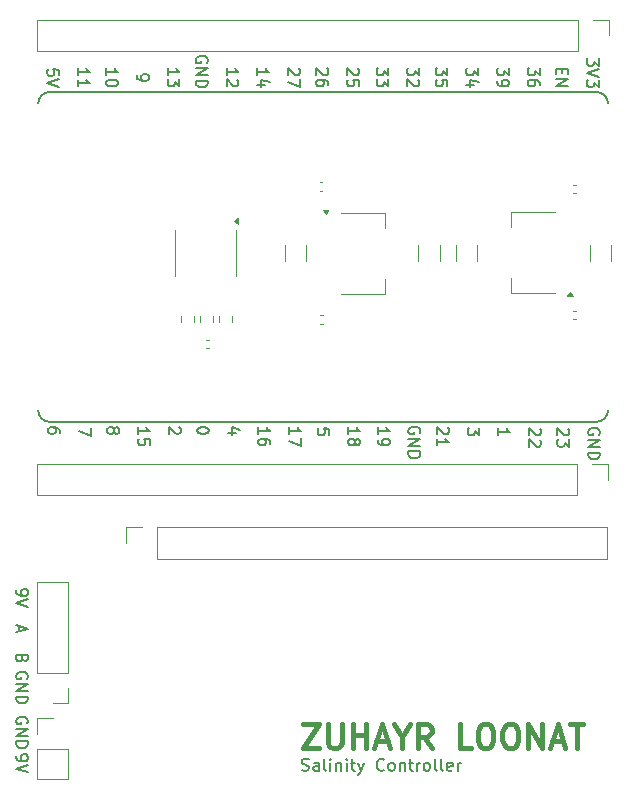
<source format=gbr>
%TF.GenerationSoftware,KiCad,Pcbnew,8.0.6*%
%TF.CreationDate,2025-08-25T17:41:28+02:00*%
%TF.ProjectId,controller,636f6e74-726f-46c6-9c65-722e6b696361,rev?*%
%TF.SameCoordinates,Original*%
%TF.FileFunction,Legend,Top*%
%TF.FilePolarity,Positive*%
%FSLAX46Y46*%
G04 Gerber Fmt 4.6, Leading zero omitted, Abs format (unit mm)*
G04 Created by KiCad (PCBNEW 8.0.6) date 2025-08-25 17:41:28*
%MOMM*%
%LPD*%
G01*
G04 APERTURE LIST*
%ADD10C,0.400000*%
%ADD11C,0.200000*%
%ADD12C,0.127000*%
%ADD13C,0.120000*%
G04 APERTURE END LIST*
D10*
X194427803Y-91651554D02*
X195761136Y-91651554D01*
X195761136Y-91651554D02*
X194427803Y-93651554D01*
X194427803Y-93651554D02*
X195761136Y-93651554D01*
X196523041Y-91651554D02*
X196523041Y-93270601D01*
X196523041Y-93270601D02*
X196618279Y-93461077D01*
X196618279Y-93461077D02*
X196713517Y-93556316D01*
X196713517Y-93556316D02*
X196903993Y-93651554D01*
X196903993Y-93651554D02*
X197284946Y-93651554D01*
X197284946Y-93651554D02*
X197475422Y-93556316D01*
X197475422Y-93556316D02*
X197570660Y-93461077D01*
X197570660Y-93461077D02*
X197665898Y-93270601D01*
X197665898Y-93270601D02*
X197665898Y-91651554D01*
X198618279Y-93651554D02*
X198618279Y-91651554D01*
X198618279Y-92603935D02*
X199761136Y-92603935D01*
X199761136Y-93651554D02*
X199761136Y-91651554D01*
X200618279Y-93080125D02*
X201570660Y-93080125D01*
X200427803Y-93651554D02*
X201094469Y-91651554D01*
X201094469Y-91651554D02*
X201761136Y-93651554D01*
X202808755Y-92699173D02*
X202808755Y-93651554D01*
X202142089Y-91651554D02*
X202808755Y-92699173D01*
X202808755Y-92699173D02*
X203475422Y-91651554D01*
X205284946Y-93651554D02*
X204618279Y-92699173D01*
X204142089Y-93651554D02*
X204142089Y-91651554D01*
X204142089Y-91651554D02*
X204903994Y-91651554D01*
X204903994Y-91651554D02*
X205094470Y-91746792D01*
X205094470Y-91746792D02*
X205189708Y-91842030D01*
X205189708Y-91842030D02*
X205284946Y-92032506D01*
X205284946Y-92032506D02*
X205284946Y-92318220D01*
X205284946Y-92318220D02*
X205189708Y-92508696D01*
X205189708Y-92508696D02*
X205094470Y-92603935D01*
X205094470Y-92603935D02*
X204903994Y-92699173D01*
X204903994Y-92699173D02*
X204142089Y-92699173D01*
X208618280Y-93651554D02*
X207665899Y-93651554D01*
X207665899Y-93651554D02*
X207665899Y-91651554D01*
X209665899Y-91651554D02*
X210046852Y-91651554D01*
X210046852Y-91651554D02*
X210237328Y-91746792D01*
X210237328Y-91746792D02*
X210427804Y-91937268D01*
X210427804Y-91937268D02*
X210523042Y-92318220D01*
X210523042Y-92318220D02*
X210523042Y-92984887D01*
X210523042Y-92984887D02*
X210427804Y-93365839D01*
X210427804Y-93365839D02*
X210237328Y-93556316D01*
X210237328Y-93556316D02*
X210046852Y-93651554D01*
X210046852Y-93651554D02*
X209665899Y-93651554D01*
X209665899Y-93651554D02*
X209475423Y-93556316D01*
X209475423Y-93556316D02*
X209284947Y-93365839D01*
X209284947Y-93365839D02*
X209189709Y-92984887D01*
X209189709Y-92984887D02*
X209189709Y-92318220D01*
X209189709Y-92318220D02*
X209284947Y-91937268D01*
X209284947Y-91937268D02*
X209475423Y-91746792D01*
X209475423Y-91746792D02*
X209665899Y-91651554D01*
X211761137Y-91651554D02*
X212142090Y-91651554D01*
X212142090Y-91651554D02*
X212332566Y-91746792D01*
X212332566Y-91746792D02*
X212523042Y-91937268D01*
X212523042Y-91937268D02*
X212618280Y-92318220D01*
X212618280Y-92318220D02*
X212618280Y-92984887D01*
X212618280Y-92984887D02*
X212523042Y-93365839D01*
X212523042Y-93365839D02*
X212332566Y-93556316D01*
X212332566Y-93556316D02*
X212142090Y-93651554D01*
X212142090Y-93651554D02*
X211761137Y-93651554D01*
X211761137Y-93651554D02*
X211570661Y-93556316D01*
X211570661Y-93556316D02*
X211380185Y-93365839D01*
X211380185Y-93365839D02*
X211284947Y-92984887D01*
X211284947Y-92984887D02*
X211284947Y-92318220D01*
X211284947Y-92318220D02*
X211380185Y-91937268D01*
X211380185Y-91937268D02*
X211570661Y-91746792D01*
X211570661Y-91746792D02*
X211761137Y-91651554D01*
X213475423Y-93651554D02*
X213475423Y-91651554D01*
X213475423Y-91651554D02*
X214618280Y-93651554D01*
X214618280Y-93651554D02*
X214618280Y-91651554D01*
X215475423Y-93080125D02*
X216427804Y-93080125D01*
X215284947Y-93651554D02*
X215951613Y-91651554D01*
X215951613Y-91651554D02*
X216618280Y-93651554D01*
X216999233Y-91651554D02*
X218142090Y-91651554D01*
X217570661Y-93651554D02*
X217570661Y-91651554D01*
D11*
X194300986Y-95536716D02*
X194443843Y-95584335D01*
X194443843Y-95584335D02*
X194681938Y-95584335D01*
X194681938Y-95584335D02*
X194777176Y-95536716D01*
X194777176Y-95536716D02*
X194824795Y-95489096D01*
X194824795Y-95489096D02*
X194872414Y-95393858D01*
X194872414Y-95393858D02*
X194872414Y-95298620D01*
X194872414Y-95298620D02*
X194824795Y-95203382D01*
X194824795Y-95203382D02*
X194777176Y-95155763D01*
X194777176Y-95155763D02*
X194681938Y-95108144D01*
X194681938Y-95108144D02*
X194491462Y-95060525D01*
X194491462Y-95060525D02*
X194396224Y-95012906D01*
X194396224Y-95012906D02*
X194348605Y-94965287D01*
X194348605Y-94965287D02*
X194300986Y-94870049D01*
X194300986Y-94870049D02*
X194300986Y-94774811D01*
X194300986Y-94774811D02*
X194348605Y-94679573D01*
X194348605Y-94679573D02*
X194396224Y-94631954D01*
X194396224Y-94631954D02*
X194491462Y-94584335D01*
X194491462Y-94584335D02*
X194729557Y-94584335D01*
X194729557Y-94584335D02*
X194872414Y-94631954D01*
X195729557Y-95584335D02*
X195729557Y-95060525D01*
X195729557Y-95060525D02*
X195681938Y-94965287D01*
X195681938Y-94965287D02*
X195586700Y-94917668D01*
X195586700Y-94917668D02*
X195396224Y-94917668D01*
X195396224Y-94917668D02*
X195300986Y-94965287D01*
X195729557Y-95536716D02*
X195634319Y-95584335D01*
X195634319Y-95584335D02*
X195396224Y-95584335D01*
X195396224Y-95584335D02*
X195300986Y-95536716D01*
X195300986Y-95536716D02*
X195253367Y-95441477D01*
X195253367Y-95441477D02*
X195253367Y-95346239D01*
X195253367Y-95346239D02*
X195300986Y-95251001D01*
X195300986Y-95251001D02*
X195396224Y-95203382D01*
X195396224Y-95203382D02*
X195634319Y-95203382D01*
X195634319Y-95203382D02*
X195729557Y-95155763D01*
X196348605Y-95584335D02*
X196253367Y-95536716D01*
X196253367Y-95536716D02*
X196205748Y-95441477D01*
X196205748Y-95441477D02*
X196205748Y-94584335D01*
X196729558Y-95584335D02*
X196729558Y-94917668D01*
X196729558Y-94584335D02*
X196681939Y-94631954D01*
X196681939Y-94631954D02*
X196729558Y-94679573D01*
X196729558Y-94679573D02*
X196777177Y-94631954D01*
X196777177Y-94631954D02*
X196729558Y-94584335D01*
X196729558Y-94584335D02*
X196729558Y-94679573D01*
X197205748Y-94917668D02*
X197205748Y-95584335D01*
X197205748Y-95012906D02*
X197253367Y-94965287D01*
X197253367Y-94965287D02*
X197348605Y-94917668D01*
X197348605Y-94917668D02*
X197491462Y-94917668D01*
X197491462Y-94917668D02*
X197586700Y-94965287D01*
X197586700Y-94965287D02*
X197634319Y-95060525D01*
X197634319Y-95060525D02*
X197634319Y-95584335D01*
X198110510Y-95584335D02*
X198110510Y-94917668D01*
X198110510Y-94584335D02*
X198062891Y-94631954D01*
X198062891Y-94631954D02*
X198110510Y-94679573D01*
X198110510Y-94679573D02*
X198158129Y-94631954D01*
X198158129Y-94631954D02*
X198110510Y-94584335D01*
X198110510Y-94584335D02*
X198110510Y-94679573D01*
X198443843Y-94917668D02*
X198824795Y-94917668D01*
X198586700Y-94584335D02*
X198586700Y-95441477D01*
X198586700Y-95441477D02*
X198634319Y-95536716D01*
X198634319Y-95536716D02*
X198729557Y-95584335D01*
X198729557Y-95584335D02*
X198824795Y-95584335D01*
X199062891Y-94917668D02*
X199300986Y-95584335D01*
X199539081Y-94917668D02*
X199300986Y-95584335D01*
X199300986Y-95584335D02*
X199205748Y-95822430D01*
X199205748Y-95822430D02*
X199158129Y-95870049D01*
X199158129Y-95870049D02*
X199062891Y-95917668D01*
X201253367Y-95489096D02*
X201205748Y-95536716D01*
X201205748Y-95536716D02*
X201062891Y-95584335D01*
X201062891Y-95584335D02*
X200967653Y-95584335D01*
X200967653Y-95584335D02*
X200824796Y-95536716D01*
X200824796Y-95536716D02*
X200729558Y-95441477D01*
X200729558Y-95441477D02*
X200681939Y-95346239D01*
X200681939Y-95346239D02*
X200634320Y-95155763D01*
X200634320Y-95155763D02*
X200634320Y-95012906D01*
X200634320Y-95012906D02*
X200681939Y-94822430D01*
X200681939Y-94822430D02*
X200729558Y-94727192D01*
X200729558Y-94727192D02*
X200824796Y-94631954D01*
X200824796Y-94631954D02*
X200967653Y-94584335D01*
X200967653Y-94584335D02*
X201062891Y-94584335D01*
X201062891Y-94584335D02*
X201205748Y-94631954D01*
X201205748Y-94631954D02*
X201253367Y-94679573D01*
X201824796Y-95584335D02*
X201729558Y-95536716D01*
X201729558Y-95536716D02*
X201681939Y-95489096D01*
X201681939Y-95489096D02*
X201634320Y-95393858D01*
X201634320Y-95393858D02*
X201634320Y-95108144D01*
X201634320Y-95108144D02*
X201681939Y-95012906D01*
X201681939Y-95012906D02*
X201729558Y-94965287D01*
X201729558Y-94965287D02*
X201824796Y-94917668D01*
X201824796Y-94917668D02*
X201967653Y-94917668D01*
X201967653Y-94917668D02*
X202062891Y-94965287D01*
X202062891Y-94965287D02*
X202110510Y-95012906D01*
X202110510Y-95012906D02*
X202158129Y-95108144D01*
X202158129Y-95108144D02*
X202158129Y-95393858D01*
X202158129Y-95393858D02*
X202110510Y-95489096D01*
X202110510Y-95489096D02*
X202062891Y-95536716D01*
X202062891Y-95536716D02*
X201967653Y-95584335D01*
X201967653Y-95584335D02*
X201824796Y-95584335D01*
X202586701Y-94917668D02*
X202586701Y-95584335D01*
X202586701Y-95012906D02*
X202634320Y-94965287D01*
X202634320Y-94965287D02*
X202729558Y-94917668D01*
X202729558Y-94917668D02*
X202872415Y-94917668D01*
X202872415Y-94917668D02*
X202967653Y-94965287D01*
X202967653Y-94965287D02*
X203015272Y-95060525D01*
X203015272Y-95060525D02*
X203015272Y-95584335D01*
X203348606Y-94917668D02*
X203729558Y-94917668D01*
X203491463Y-94584335D02*
X203491463Y-95441477D01*
X203491463Y-95441477D02*
X203539082Y-95536716D01*
X203539082Y-95536716D02*
X203634320Y-95584335D01*
X203634320Y-95584335D02*
X203729558Y-95584335D01*
X204062892Y-95584335D02*
X204062892Y-94917668D01*
X204062892Y-95108144D02*
X204110511Y-95012906D01*
X204110511Y-95012906D02*
X204158130Y-94965287D01*
X204158130Y-94965287D02*
X204253368Y-94917668D01*
X204253368Y-94917668D02*
X204348606Y-94917668D01*
X204824797Y-95584335D02*
X204729559Y-95536716D01*
X204729559Y-95536716D02*
X204681940Y-95489096D01*
X204681940Y-95489096D02*
X204634321Y-95393858D01*
X204634321Y-95393858D02*
X204634321Y-95108144D01*
X204634321Y-95108144D02*
X204681940Y-95012906D01*
X204681940Y-95012906D02*
X204729559Y-94965287D01*
X204729559Y-94965287D02*
X204824797Y-94917668D01*
X204824797Y-94917668D02*
X204967654Y-94917668D01*
X204967654Y-94917668D02*
X205062892Y-94965287D01*
X205062892Y-94965287D02*
X205110511Y-95012906D01*
X205110511Y-95012906D02*
X205158130Y-95108144D01*
X205158130Y-95108144D02*
X205158130Y-95393858D01*
X205158130Y-95393858D02*
X205110511Y-95489096D01*
X205110511Y-95489096D02*
X205062892Y-95536716D01*
X205062892Y-95536716D02*
X204967654Y-95584335D01*
X204967654Y-95584335D02*
X204824797Y-95584335D01*
X205729559Y-95584335D02*
X205634321Y-95536716D01*
X205634321Y-95536716D02*
X205586702Y-95441477D01*
X205586702Y-95441477D02*
X205586702Y-94584335D01*
X206253369Y-95584335D02*
X206158131Y-95536716D01*
X206158131Y-95536716D02*
X206110512Y-95441477D01*
X206110512Y-95441477D02*
X206110512Y-94584335D01*
X207015274Y-95536716D02*
X206920036Y-95584335D01*
X206920036Y-95584335D02*
X206729560Y-95584335D01*
X206729560Y-95584335D02*
X206634322Y-95536716D01*
X206634322Y-95536716D02*
X206586703Y-95441477D01*
X206586703Y-95441477D02*
X206586703Y-95060525D01*
X206586703Y-95060525D02*
X206634322Y-94965287D01*
X206634322Y-94965287D02*
X206729560Y-94917668D01*
X206729560Y-94917668D02*
X206920036Y-94917668D01*
X206920036Y-94917668D02*
X207015274Y-94965287D01*
X207015274Y-94965287D02*
X207062893Y-95060525D01*
X207062893Y-95060525D02*
X207062893Y-95155763D01*
X207062893Y-95155763D02*
X206586703Y-95251001D01*
X207491465Y-95584335D02*
X207491465Y-94917668D01*
X207491465Y-95108144D02*
X207539084Y-95012906D01*
X207539084Y-95012906D02*
X207586703Y-94965287D01*
X207586703Y-94965287D02*
X207681941Y-94917668D01*
X207681941Y-94917668D02*
X207777179Y-94917668D01*
X171064093Y-91585598D02*
X171111712Y-91490360D01*
X171111712Y-91490360D02*
X171111712Y-91347503D01*
X171111712Y-91347503D02*
X171064093Y-91204646D01*
X171064093Y-91204646D02*
X170968855Y-91109408D01*
X170968855Y-91109408D02*
X170873617Y-91061789D01*
X170873617Y-91061789D02*
X170683141Y-91014170D01*
X170683141Y-91014170D02*
X170540284Y-91014170D01*
X170540284Y-91014170D02*
X170349808Y-91061789D01*
X170349808Y-91061789D02*
X170254570Y-91109408D01*
X170254570Y-91109408D02*
X170159332Y-91204646D01*
X170159332Y-91204646D02*
X170111712Y-91347503D01*
X170111712Y-91347503D02*
X170111712Y-91442741D01*
X170111712Y-91442741D02*
X170159332Y-91585598D01*
X170159332Y-91585598D02*
X170206951Y-91633217D01*
X170206951Y-91633217D02*
X170540284Y-91633217D01*
X170540284Y-91633217D02*
X170540284Y-91442741D01*
X170111712Y-92061789D02*
X171111712Y-92061789D01*
X171111712Y-92061789D02*
X170111712Y-92633217D01*
X170111712Y-92633217D02*
X171111712Y-92633217D01*
X170111712Y-93109408D02*
X171111712Y-93109408D01*
X171111712Y-93109408D02*
X171111712Y-93347503D01*
X171111712Y-93347503D02*
X171064093Y-93490360D01*
X171064093Y-93490360D02*
X170968855Y-93585598D01*
X170968855Y-93585598D02*
X170873617Y-93633217D01*
X170873617Y-93633217D02*
X170683141Y-93680836D01*
X170683141Y-93680836D02*
X170540284Y-93680836D01*
X170540284Y-93680836D02*
X170349808Y-93633217D01*
X170349808Y-93633217D02*
X170254570Y-93585598D01*
X170254570Y-93585598D02*
X170159332Y-93490360D01*
X170159332Y-93490360D02*
X170111712Y-93347503D01*
X170111712Y-93347503D02*
X170111712Y-93109408D01*
X170635522Y-86095122D02*
X170587903Y-86237979D01*
X170587903Y-86237979D02*
X170540284Y-86285598D01*
X170540284Y-86285598D02*
X170445046Y-86333217D01*
X170445046Y-86333217D02*
X170302189Y-86333217D01*
X170302189Y-86333217D02*
X170206951Y-86285598D01*
X170206951Y-86285598D02*
X170159332Y-86237979D01*
X170159332Y-86237979D02*
X170111712Y-86142741D01*
X170111712Y-86142741D02*
X170111712Y-85761789D01*
X170111712Y-85761789D02*
X171111712Y-85761789D01*
X171111712Y-85761789D02*
X171111712Y-86095122D01*
X171111712Y-86095122D02*
X171064093Y-86190360D01*
X171064093Y-86190360D02*
X171016474Y-86237979D01*
X171016474Y-86237979D02*
X170921236Y-86285598D01*
X170921236Y-86285598D02*
X170825998Y-86285598D01*
X170825998Y-86285598D02*
X170730760Y-86237979D01*
X170730760Y-86237979D02*
X170683141Y-86190360D01*
X170683141Y-86190360D02*
X170635522Y-86095122D01*
X170635522Y-86095122D02*
X170635522Y-85761789D01*
X170397427Y-83314170D02*
X170397427Y-83790360D01*
X170111712Y-83218932D02*
X171111712Y-83552265D01*
X171111712Y-83552265D02*
X170111712Y-83885598D01*
X170111712Y-94309408D02*
X170111712Y-94499884D01*
X170111712Y-94499884D02*
X170159332Y-94595122D01*
X170159332Y-94595122D02*
X170206951Y-94642741D01*
X170206951Y-94642741D02*
X170349808Y-94737979D01*
X170349808Y-94737979D02*
X170540284Y-94785598D01*
X170540284Y-94785598D02*
X170921236Y-94785598D01*
X170921236Y-94785598D02*
X171016474Y-94737979D01*
X171016474Y-94737979D02*
X171064093Y-94690360D01*
X171064093Y-94690360D02*
X171111712Y-94595122D01*
X171111712Y-94595122D02*
X171111712Y-94404646D01*
X171111712Y-94404646D02*
X171064093Y-94309408D01*
X171064093Y-94309408D02*
X171016474Y-94261789D01*
X171016474Y-94261789D02*
X170921236Y-94214170D01*
X170921236Y-94214170D02*
X170683141Y-94214170D01*
X170683141Y-94214170D02*
X170587903Y-94261789D01*
X170587903Y-94261789D02*
X170540284Y-94309408D01*
X170540284Y-94309408D02*
X170492665Y-94404646D01*
X170492665Y-94404646D02*
X170492665Y-94595122D01*
X170492665Y-94595122D02*
X170540284Y-94690360D01*
X170540284Y-94690360D02*
X170587903Y-94737979D01*
X170587903Y-94737979D02*
X170683141Y-94785598D01*
X171111712Y-95071313D02*
X170111712Y-95404646D01*
X170111712Y-95404646D02*
X171111712Y-95737979D01*
X171064093Y-87785598D02*
X171111712Y-87690360D01*
X171111712Y-87690360D02*
X171111712Y-87547503D01*
X171111712Y-87547503D02*
X171064093Y-87404646D01*
X171064093Y-87404646D02*
X170968855Y-87309408D01*
X170968855Y-87309408D02*
X170873617Y-87261789D01*
X170873617Y-87261789D02*
X170683141Y-87214170D01*
X170683141Y-87214170D02*
X170540284Y-87214170D01*
X170540284Y-87214170D02*
X170349808Y-87261789D01*
X170349808Y-87261789D02*
X170254570Y-87309408D01*
X170254570Y-87309408D02*
X170159332Y-87404646D01*
X170159332Y-87404646D02*
X170111712Y-87547503D01*
X170111712Y-87547503D02*
X170111712Y-87642741D01*
X170111712Y-87642741D02*
X170159332Y-87785598D01*
X170159332Y-87785598D02*
X170206951Y-87833217D01*
X170206951Y-87833217D02*
X170540284Y-87833217D01*
X170540284Y-87833217D02*
X170540284Y-87642741D01*
X170111712Y-88261789D02*
X171111712Y-88261789D01*
X171111712Y-88261789D02*
X170111712Y-88833217D01*
X170111712Y-88833217D02*
X171111712Y-88833217D01*
X170111712Y-89309408D02*
X171111712Y-89309408D01*
X171111712Y-89309408D02*
X171111712Y-89547503D01*
X171111712Y-89547503D02*
X171064093Y-89690360D01*
X171064093Y-89690360D02*
X170968855Y-89785598D01*
X170968855Y-89785598D02*
X170873617Y-89833217D01*
X170873617Y-89833217D02*
X170683141Y-89880836D01*
X170683141Y-89880836D02*
X170540284Y-89880836D01*
X170540284Y-89880836D02*
X170349808Y-89833217D01*
X170349808Y-89833217D02*
X170254570Y-89785598D01*
X170254570Y-89785598D02*
X170159332Y-89690360D01*
X170159332Y-89690360D02*
X170111712Y-89547503D01*
X170111712Y-89547503D02*
X170111712Y-89309408D01*
X170111712Y-80309408D02*
X170111712Y-80499884D01*
X170111712Y-80499884D02*
X170159332Y-80595122D01*
X170159332Y-80595122D02*
X170206951Y-80642741D01*
X170206951Y-80642741D02*
X170349808Y-80737979D01*
X170349808Y-80737979D02*
X170540284Y-80785598D01*
X170540284Y-80785598D02*
X170921236Y-80785598D01*
X170921236Y-80785598D02*
X171016474Y-80737979D01*
X171016474Y-80737979D02*
X171064093Y-80690360D01*
X171064093Y-80690360D02*
X171111712Y-80595122D01*
X171111712Y-80595122D02*
X171111712Y-80404646D01*
X171111712Y-80404646D02*
X171064093Y-80309408D01*
X171064093Y-80309408D02*
X171016474Y-80261789D01*
X171016474Y-80261789D02*
X170921236Y-80214170D01*
X170921236Y-80214170D02*
X170683141Y-80214170D01*
X170683141Y-80214170D02*
X170587903Y-80261789D01*
X170587903Y-80261789D02*
X170540284Y-80309408D01*
X170540284Y-80309408D02*
X170492665Y-80404646D01*
X170492665Y-80404646D02*
X170492665Y-80595122D01*
X170492665Y-80595122D02*
X170540284Y-80690360D01*
X170540284Y-80690360D02*
X170587903Y-80737979D01*
X170587903Y-80737979D02*
X170683141Y-80785598D01*
X171111712Y-81071313D02*
X170111712Y-81404646D01*
X170111712Y-81404646D02*
X171111712Y-81737979D01*
X209332770Y-66556509D02*
X209332770Y-67175556D01*
X209332770Y-67175556D02*
X208951818Y-66842223D01*
X208951818Y-66842223D02*
X208951818Y-66985080D01*
X208951818Y-66985080D02*
X208904199Y-67080318D01*
X208904199Y-67080318D02*
X208856580Y-67127937D01*
X208856580Y-67127937D02*
X208761342Y-67175556D01*
X208761342Y-67175556D02*
X208523247Y-67175556D01*
X208523247Y-67175556D02*
X208428009Y-67127937D01*
X208428009Y-67127937D02*
X208380390Y-67080318D01*
X208380390Y-67080318D02*
X208332770Y-66985080D01*
X208332770Y-66985080D02*
X208332770Y-66699366D01*
X208332770Y-66699366D02*
X208380390Y-66604128D01*
X208380390Y-66604128D02*
X208428009Y-66556509D01*
X182932770Y-36699365D02*
X182932770Y-36127937D01*
X182932770Y-36413651D02*
X183932770Y-36413651D01*
X183932770Y-36413651D02*
X183789913Y-36318413D01*
X183789913Y-36318413D02*
X183694675Y-36223175D01*
X183694675Y-36223175D02*
X183647056Y-36127937D01*
X183932770Y-37032699D02*
X183932770Y-37651746D01*
X183932770Y-37651746D02*
X183551818Y-37318413D01*
X183551818Y-37318413D02*
X183551818Y-37461270D01*
X183551818Y-37461270D02*
X183504199Y-37556508D01*
X183504199Y-37556508D02*
X183456580Y-37604127D01*
X183456580Y-37604127D02*
X183361342Y-37651746D01*
X183361342Y-37651746D02*
X183123247Y-37651746D01*
X183123247Y-37651746D02*
X183028009Y-37604127D01*
X183028009Y-37604127D02*
X182980390Y-37556508D01*
X182980390Y-37556508D02*
X182932770Y-37461270D01*
X182932770Y-37461270D02*
X182932770Y-37175556D01*
X182932770Y-37175556D02*
X182980390Y-37080318D01*
X182980390Y-37080318D02*
X183028009Y-37032699D01*
X180432770Y-67099365D02*
X180432770Y-66527937D01*
X180432770Y-66813651D02*
X181432770Y-66813651D01*
X181432770Y-66813651D02*
X181289913Y-66718413D01*
X181289913Y-66718413D02*
X181194675Y-66623175D01*
X181194675Y-66623175D02*
X181147056Y-66527937D01*
X181432770Y-68004127D02*
X181432770Y-67527937D01*
X181432770Y-67527937D02*
X180956580Y-67480318D01*
X180956580Y-67480318D02*
X181004199Y-67527937D01*
X181004199Y-67527937D02*
X181051818Y-67623175D01*
X181051818Y-67623175D02*
X181051818Y-67861270D01*
X181051818Y-67861270D02*
X181004199Y-67956508D01*
X181004199Y-67956508D02*
X180956580Y-68004127D01*
X180956580Y-68004127D02*
X180861342Y-68051746D01*
X180861342Y-68051746D02*
X180623247Y-68051746D01*
X180623247Y-68051746D02*
X180528009Y-68004127D01*
X180528009Y-68004127D02*
X180480390Y-67956508D01*
X180480390Y-67956508D02*
X180432770Y-67861270D01*
X180432770Y-67861270D02*
X180432770Y-67623175D01*
X180432770Y-67623175D02*
X180480390Y-67527937D01*
X180480390Y-67527937D02*
X180528009Y-67480318D01*
X209232770Y-36080318D02*
X209232770Y-36699365D01*
X209232770Y-36699365D02*
X208851818Y-36366032D01*
X208851818Y-36366032D02*
X208851818Y-36508889D01*
X208851818Y-36508889D02*
X208804199Y-36604127D01*
X208804199Y-36604127D02*
X208756580Y-36651746D01*
X208756580Y-36651746D02*
X208661342Y-36699365D01*
X208661342Y-36699365D02*
X208423247Y-36699365D01*
X208423247Y-36699365D02*
X208328009Y-36651746D01*
X208328009Y-36651746D02*
X208280390Y-36604127D01*
X208280390Y-36604127D02*
X208232770Y-36508889D01*
X208232770Y-36508889D02*
X208232770Y-36223175D01*
X208232770Y-36223175D02*
X208280390Y-36127937D01*
X208280390Y-36127937D02*
X208328009Y-36080318D01*
X208899437Y-37556508D02*
X208232770Y-37556508D01*
X209280390Y-37318413D02*
X208566104Y-37080318D01*
X208566104Y-37080318D02*
X208566104Y-37699365D01*
X219432770Y-35270794D02*
X219432770Y-35889841D01*
X219432770Y-35889841D02*
X219051818Y-35556508D01*
X219051818Y-35556508D02*
X219051818Y-35699365D01*
X219051818Y-35699365D02*
X219004199Y-35794603D01*
X219004199Y-35794603D02*
X218956580Y-35842222D01*
X218956580Y-35842222D02*
X218861342Y-35889841D01*
X218861342Y-35889841D02*
X218623247Y-35889841D01*
X218623247Y-35889841D02*
X218528009Y-35842222D01*
X218528009Y-35842222D02*
X218480390Y-35794603D01*
X218480390Y-35794603D02*
X218432770Y-35699365D01*
X218432770Y-35699365D02*
X218432770Y-35413651D01*
X218432770Y-35413651D02*
X218480390Y-35318413D01*
X218480390Y-35318413D02*
X218528009Y-35270794D01*
X219432770Y-36175556D02*
X218432770Y-36508889D01*
X218432770Y-36508889D02*
X219432770Y-36842222D01*
X219432770Y-37080318D02*
X219432770Y-37699365D01*
X219432770Y-37699365D02*
X219051818Y-37366032D01*
X219051818Y-37366032D02*
X219051818Y-37508889D01*
X219051818Y-37508889D02*
X219004199Y-37604127D01*
X219004199Y-37604127D02*
X218956580Y-37651746D01*
X218956580Y-37651746D02*
X218861342Y-37699365D01*
X218861342Y-37699365D02*
X218623247Y-37699365D01*
X218623247Y-37699365D02*
X218528009Y-37651746D01*
X218528009Y-37651746D02*
X218480390Y-37604127D01*
X218480390Y-37604127D02*
X218432770Y-37508889D01*
X218432770Y-37508889D02*
X218432770Y-37223175D01*
X218432770Y-37223175D02*
X218480390Y-37127937D01*
X218480390Y-37127937D02*
X218528009Y-37080318D01*
X173732770Y-36699365D02*
X173732770Y-36223175D01*
X173732770Y-36223175D02*
X173256580Y-36175556D01*
X173256580Y-36175556D02*
X173304199Y-36223175D01*
X173304199Y-36223175D02*
X173351818Y-36318413D01*
X173351818Y-36318413D02*
X173351818Y-36556508D01*
X173351818Y-36556508D02*
X173304199Y-36651746D01*
X173304199Y-36651746D02*
X173256580Y-36699365D01*
X173256580Y-36699365D02*
X173161342Y-36746984D01*
X173161342Y-36746984D02*
X172923247Y-36746984D01*
X172923247Y-36746984D02*
X172828009Y-36699365D01*
X172828009Y-36699365D02*
X172780390Y-36651746D01*
X172780390Y-36651746D02*
X172732770Y-36556508D01*
X172732770Y-36556508D02*
X172732770Y-36318413D01*
X172732770Y-36318413D02*
X172780390Y-36223175D01*
X172780390Y-36223175D02*
X172828009Y-36175556D01*
X173732770Y-37032699D02*
X172732770Y-37366032D01*
X172732770Y-37366032D02*
X173732770Y-37699365D01*
X199037532Y-36127937D02*
X199085151Y-36175556D01*
X199085151Y-36175556D02*
X199132770Y-36270794D01*
X199132770Y-36270794D02*
X199132770Y-36508889D01*
X199132770Y-36508889D02*
X199085151Y-36604127D01*
X199085151Y-36604127D02*
X199037532Y-36651746D01*
X199037532Y-36651746D02*
X198942294Y-36699365D01*
X198942294Y-36699365D02*
X198847056Y-36699365D01*
X198847056Y-36699365D02*
X198704199Y-36651746D01*
X198704199Y-36651746D02*
X198132770Y-36080318D01*
X198132770Y-36080318D02*
X198132770Y-36699365D01*
X199132770Y-37604127D02*
X199132770Y-37127937D01*
X199132770Y-37127937D02*
X198656580Y-37080318D01*
X198656580Y-37080318D02*
X198704199Y-37127937D01*
X198704199Y-37127937D02*
X198751818Y-37223175D01*
X198751818Y-37223175D02*
X198751818Y-37461270D01*
X198751818Y-37461270D02*
X198704199Y-37556508D01*
X198704199Y-37556508D02*
X198656580Y-37604127D01*
X198656580Y-37604127D02*
X198561342Y-37651746D01*
X198561342Y-37651746D02*
X198323247Y-37651746D01*
X198323247Y-37651746D02*
X198228009Y-37604127D01*
X198228009Y-37604127D02*
X198180390Y-37556508D01*
X198180390Y-37556508D02*
X198132770Y-37461270D01*
X198132770Y-37461270D02*
X198132770Y-37223175D01*
X198132770Y-37223175D02*
X198180390Y-37127937D01*
X198180390Y-37127937D02*
X198228009Y-37080318D01*
X178404199Y-66694604D02*
X178451818Y-66599366D01*
X178451818Y-66599366D02*
X178499437Y-66551747D01*
X178499437Y-66551747D02*
X178594675Y-66504128D01*
X178594675Y-66504128D02*
X178642294Y-66504128D01*
X178642294Y-66504128D02*
X178737532Y-66551747D01*
X178737532Y-66551747D02*
X178785151Y-66599366D01*
X178785151Y-66599366D02*
X178832770Y-66694604D01*
X178832770Y-66694604D02*
X178832770Y-66885080D01*
X178832770Y-66885080D02*
X178785151Y-66980318D01*
X178785151Y-66980318D02*
X178737532Y-67027937D01*
X178737532Y-67027937D02*
X178642294Y-67075556D01*
X178642294Y-67075556D02*
X178594675Y-67075556D01*
X178594675Y-67075556D02*
X178499437Y-67027937D01*
X178499437Y-67027937D02*
X178451818Y-66980318D01*
X178451818Y-66980318D02*
X178404199Y-66885080D01*
X178404199Y-66885080D02*
X178404199Y-66694604D01*
X178404199Y-66694604D02*
X178356580Y-66599366D01*
X178356580Y-66599366D02*
X178308961Y-66551747D01*
X178308961Y-66551747D02*
X178213723Y-66504128D01*
X178213723Y-66504128D02*
X178023247Y-66504128D01*
X178023247Y-66504128D02*
X177928009Y-66551747D01*
X177928009Y-66551747D02*
X177880390Y-66599366D01*
X177880390Y-66599366D02*
X177832770Y-66694604D01*
X177832770Y-66694604D02*
X177832770Y-66885080D01*
X177832770Y-66885080D02*
X177880390Y-66980318D01*
X177880390Y-66980318D02*
X177928009Y-67027937D01*
X177928009Y-67027937D02*
X178023247Y-67075556D01*
X178023247Y-67075556D02*
X178213723Y-67075556D01*
X178213723Y-67075556D02*
X178308961Y-67027937D01*
X178308961Y-67027937D02*
X178356580Y-66980318D01*
X178356580Y-66980318D02*
X178404199Y-66885080D01*
X214432770Y-36080318D02*
X214432770Y-36699365D01*
X214432770Y-36699365D02*
X214051818Y-36366032D01*
X214051818Y-36366032D02*
X214051818Y-36508889D01*
X214051818Y-36508889D02*
X214004199Y-36604127D01*
X214004199Y-36604127D02*
X213956580Y-36651746D01*
X213956580Y-36651746D02*
X213861342Y-36699365D01*
X213861342Y-36699365D02*
X213623247Y-36699365D01*
X213623247Y-36699365D02*
X213528009Y-36651746D01*
X213528009Y-36651746D02*
X213480390Y-36604127D01*
X213480390Y-36604127D02*
X213432770Y-36508889D01*
X213432770Y-36508889D02*
X213432770Y-36223175D01*
X213432770Y-36223175D02*
X213480390Y-36127937D01*
X213480390Y-36127937D02*
X213528009Y-36080318D01*
X214432770Y-37556508D02*
X214432770Y-37366032D01*
X214432770Y-37366032D02*
X214385151Y-37270794D01*
X214385151Y-37270794D02*
X214337532Y-37223175D01*
X214337532Y-37223175D02*
X214194675Y-37127937D01*
X214194675Y-37127937D02*
X214004199Y-37080318D01*
X214004199Y-37080318D02*
X213623247Y-37080318D01*
X213623247Y-37080318D02*
X213528009Y-37127937D01*
X213528009Y-37127937D02*
X213480390Y-37175556D01*
X213480390Y-37175556D02*
X213432770Y-37270794D01*
X213432770Y-37270794D02*
X213432770Y-37461270D01*
X213432770Y-37461270D02*
X213480390Y-37556508D01*
X213480390Y-37556508D02*
X213528009Y-37604127D01*
X213528009Y-37604127D02*
X213623247Y-37651746D01*
X213623247Y-37651746D02*
X213861342Y-37651746D01*
X213861342Y-37651746D02*
X213956580Y-37604127D01*
X213956580Y-37604127D02*
X214004199Y-37556508D01*
X214004199Y-37556508D02*
X214051818Y-37461270D01*
X214051818Y-37461270D02*
X214051818Y-37270794D01*
X214051818Y-37270794D02*
X214004199Y-37175556D01*
X214004199Y-37175556D02*
X213956580Y-37127937D01*
X213956580Y-37127937D02*
X213861342Y-37080318D01*
X204285151Y-67027937D02*
X204332770Y-66932699D01*
X204332770Y-66932699D02*
X204332770Y-66789842D01*
X204332770Y-66789842D02*
X204285151Y-66646985D01*
X204285151Y-66646985D02*
X204189913Y-66551747D01*
X204189913Y-66551747D02*
X204094675Y-66504128D01*
X204094675Y-66504128D02*
X203904199Y-66456509D01*
X203904199Y-66456509D02*
X203761342Y-66456509D01*
X203761342Y-66456509D02*
X203570866Y-66504128D01*
X203570866Y-66504128D02*
X203475628Y-66551747D01*
X203475628Y-66551747D02*
X203380390Y-66646985D01*
X203380390Y-66646985D02*
X203332770Y-66789842D01*
X203332770Y-66789842D02*
X203332770Y-66885080D01*
X203332770Y-66885080D02*
X203380390Y-67027937D01*
X203380390Y-67027937D02*
X203428009Y-67075556D01*
X203428009Y-67075556D02*
X203761342Y-67075556D01*
X203761342Y-67075556D02*
X203761342Y-66885080D01*
X203332770Y-67504128D02*
X204332770Y-67504128D01*
X204332770Y-67504128D02*
X203332770Y-68075556D01*
X203332770Y-68075556D02*
X204332770Y-68075556D01*
X203332770Y-68551747D02*
X204332770Y-68551747D01*
X204332770Y-68551747D02*
X204332770Y-68789842D01*
X204332770Y-68789842D02*
X204285151Y-68932699D01*
X204285151Y-68932699D02*
X204189913Y-69027937D01*
X204189913Y-69027937D02*
X204094675Y-69075556D01*
X204094675Y-69075556D02*
X203904199Y-69123175D01*
X203904199Y-69123175D02*
X203761342Y-69123175D01*
X203761342Y-69123175D02*
X203570866Y-69075556D01*
X203570866Y-69075556D02*
X203475628Y-69027937D01*
X203475628Y-69027937D02*
X203380390Y-68932699D01*
X203380390Y-68932699D02*
X203332770Y-68789842D01*
X203332770Y-68789842D02*
X203332770Y-68551747D01*
X214437532Y-66627937D02*
X214485151Y-66675556D01*
X214485151Y-66675556D02*
X214532770Y-66770794D01*
X214532770Y-66770794D02*
X214532770Y-67008889D01*
X214532770Y-67008889D02*
X214485151Y-67104127D01*
X214485151Y-67104127D02*
X214437532Y-67151746D01*
X214437532Y-67151746D02*
X214342294Y-67199365D01*
X214342294Y-67199365D02*
X214247056Y-67199365D01*
X214247056Y-67199365D02*
X214104199Y-67151746D01*
X214104199Y-67151746D02*
X213532770Y-66580318D01*
X213532770Y-66580318D02*
X213532770Y-67199365D01*
X214437532Y-67580318D02*
X214485151Y-67627937D01*
X214485151Y-67627937D02*
X214532770Y-67723175D01*
X214532770Y-67723175D02*
X214532770Y-67961270D01*
X214532770Y-67961270D02*
X214485151Y-68056508D01*
X214485151Y-68056508D02*
X214437532Y-68104127D01*
X214437532Y-68104127D02*
X214342294Y-68151746D01*
X214342294Y-68151746D02*
X214247056Y-68151746D01*
X214247056Y-68151746D02*
X214104199Y-68104127D01*
X214104199Y-68104127D02*
X213532770Y-67532699D01*
X213532770Y-67532699D02*
X213532770Y-68151746D01*
X177732770Y-36699365D02*
X177732770Y-36127937D01*
X177732770Y-36413651D02*
X178732770Y-36413651D01*
X178732770Y-36413651D02*
X178589913Y-36318413D01*
X178589913Y-36318413D02*
X178494675Y-36223175D01*
X178494675Y-36223175D02*
X178447056Y-36127937D01*
X178732770Y-37318413D02*
X178732770Y-37413651D01*
X178732770Y-37413651D02*
X178685151Y-37508889D01*
X178685151Y-37508889D02*
X178637532Y-37556508D01*
X178637532Y-37556508D02*
X178542294Y-37604127D01*
X178542294Y-37604127D02*
X178351818Y-37651746D01*
X178351818Y-37651746D02*
X178113723Y-37651746D01*
X178113723Y-37651746D02*
X177923247Y-37604127D01*
X177923247Y-37604127D02*
X177828009Y-37556508D01*
X177828009Y-37556508D02*
X177780390Y-37508889D01*
X177780390Y-37508889D02*
X177732770Y-37413651D01*
X177732770Y-37413651D02*
X177732770Y-37318413D01*
X177732770Y-37318413D02*
X177780390Y-37223175D01*
X177780390Y-37223175D02*
X177828009Y-37175556D01*
X177828009Y-37175556D02*
X177923247Y-37127937D01*
X177923247Y-37127937D02*
X178113723Y-37080318D01*
X178113723Y-37080318D02*
X178351818Y-37080318D01*
X178351818Y-37080318D02*
X178542294Y-37127937D01*
X178542294Y-37127937D02*
X178637532Y-37175556D01*
X178637532Y-37175556D02*
X178685151Y-37223175D01*
X178685151Y-37223175D02*
X178732770Y-37318413D01*
X216356580Y-36151747D02*
X216356580Y-36485080D01*
X215832770Y-36627937D02*
X215832770Y-36151747D01*
X215832770Y-36151747D02*
X216832770Y-36151747D01*
X216832770Y-36151747D02*
X216832770Y-36627937D01*
X215832770Y-37056509D02*
X216832770Y-37056509D01*
X216832770Y-37056509D02*
X215832770Y-37627937D01*
X215832770Y-37627937D02*
X216832770Y-37627937D01*
X219485151Y-67127937D02*
X219532770Y-67032699D01*
X219532770Y-67032699D02*
X219532770Y-66889842D01*
X219532770Y-66889842D02*
X219485151Y-66746985D01*
X219485151Y-66746985D02*
X219389913Y-66651747D01*
X219389913Y-66651747D02*
X219294675Y-66604128D01*
X219294675Y-66604128D02*
X219104199Y-66556509D01*
X219104199Y-66556509D02*
X218961342Y-66556509D01*
X218961342Y-66556509D02*
X218770866Y-66604128D01*
X218770866Y-66604128D02*
X218675628Y-66651747D01*
X218675628Y-66651747D02*
X218580390Y-66746985D01*
X218580390Y-66746985D02*
X218532770Y-66889842D01*
X218532770Y-66889842D02*
X218532770Y-66985080D01*
X218532770Y-66985080D02*
X218580390Y-67127937D01*
X218580390Y-67127937D02*
X218628009Y-67175556D01*
X218628009Y-67175556D02*
X218961342Y-67175556D01*
X218961342Y-67175556D02*
X218961342Y-66985080D01*
X218532770Y-67604128D02*
X219532770Y-67604128D01*
X219532770Y-67604128D02*
X218532770Y-68175556D01*
X218532770Y-68175556D02*
X219532770Y-68175556D01*
X218532770Y-68651747D02*
X219532770Y-68651747D01*
X219532770Y-68651747D02*
X219532770Y-68889842D01*
X219532770Y-68889842D02*
X219485151Y-69032699D01*
X219485151Y-69032699D02*
X219389913Y-69127937D01*
X219389913Y-69127937D02*
X219294675Y-69175556D01*
X219294675Y-69175556D02*
X219104199Y-69223175D01*
X219104199Y-69223175D02*
X218961342Y-69223175D01*
X218961342Y-69223175D02*
X218770866Y-69175556D01*
X218770866Y-69175556D02*
X218675628Y-69127937D01*
X218675628Y-69127937D02*
X218580390Y-69032699D01*
X218580390Y-69032699D02*
X218532770Y-68889842D01*
X218532770Y-68889842D02*
X218532770Y-68651747D01*
X186432770Y-66742223D02*
X186432770Y-66837461D01*
X186432770Y-66837461D02*
X186385151Y-66932699D01*
X186385151Y-66932699D02*
X186337532Y-66980318D01*
X186337532Y-66980318D02*
X186242294Y-67027937D01*
X186242294Y-67027937D02*
X186051818Y-67075556D01*
X186051818Y-67075556D02*
X185813723Y-67075556D01*
X185813723Y-67075556D02*
X185623247Y-67027937D01*
X185623247Y-67027937D02*
X185528009Y-66980318D01*
X185528009Y-66980318D02*
X185480390Y-66932699D01*
X185480390Y-66932699D02*
X185432770Y-66837461D01*
X185432770Y-66837461D02*
X185432770Y-66742223D01*
X185432770Y-66742223D02*
X185480390Y-66646985D01*
X185480390Y-66646985D02*
X185528009Y-66599366D01*
X185528009Y-66599366D02*
X185623247Y-66551747D01*
X185623247Y-66551747D02*
X185813723Y-66504128D01*
X185813723Y-66504128D02*
X186051818Y-66504128D01*
X186051818Y-66504128D02*
X186242294Y-66551747D01*
X186242294Y-66551747D02*
X186337532Y-66599366D01*
X186337532Y-66599366D02*
X186385151Y-66646985D01*
X186385151Y-66646985D02*
X186432770Y-66742223D01*
X204232770Y-36080318D02*
X204232770Y-36699365D01*
X204232770Y-36699365D02*
X203851818Y-36366032D01*
X203851818Y-36366032D02*
X203851818Y-36508889D01*
X203851818Y-36508889D02*
X203804199Y-36604127D01*
X203804199Y-36604127D02*
X203756580Y-36651746D01*
X203756580Y-36651746D02*
X203661342Y-36699365D01*
X203661342Y-36699365D02*
X203423247Y-36699365D01*
X203423247Y-36699365D02*
X203328009Y-36651746D01*
X203328009Y-36651746D02*
X203280390Y-36604127D01*
X203280390Y-36604127D02*
X203232770Y-36508889D01*
X203232770Y-36508889D02*
X203232770Y-36223175D01*
X203232770Y-36223175D02*
X203280390Y-36127937D01*
X203280390Y-36127937D02*
X203328009Y-36080318D01*
X204137532Y-37080318D02*
X204185151Y-37127937D01*
X204185151Y-37127937D02*
X204232770Y-37223175D01*
X204232770Y-37223175D02*
X204232770Y-37461270D01*
X204232770Y-37461270D02*
X204185151Y-37556508D01*
X204185151Y-37556508D02*
X204137532Y-37604127D01*
X204137532Y-37604127D02*
X204042294Y-37651746D01*
X204042294Y-37651746D02*
X203947056Y-37651746D01*
X203947056Y-37651746D02*
X203804199Y-37604127D01*
X203804199Y-37604127D02*
X203232770Y-37032699D01*
X203232770Y-37032699D02*
X203232770Y-37651746D01*
X186285151Y-35627937D02*
X186332770Y-35532699D01*
X186332770Y-35532699D02*
X186332770Y-35389842D01*
X186332770Y-35389842D02*
X186285151Y-35246985D01*
X186285151Y-35246985D02*
X186189913Y-35151747D01*
X186189913Y-35151747D02*
X186094675Y-35104128D01*
X186094675Y-35104128D02*
X185904199Y-35056509D01*
X185904199Y-35056509D02*
X185761342Y-35056509D01*
X185761342Y-35056509D02*
X185570866Y-35104128D01*
X185570866Y-35104128D02*
X185475628Y-35151747D01*
X185475628Y-35151747D02*
X185380390Y-35246985D01*
X185380390Y-35246985D02*
X185332770Y-35389842D01*
X185332770Y-35389842D02*
X185332770Y-35485080D01*
X185332770Y-35485080D02*
X185380390Y-35627937D01*
X185380390Y-35627937D02*
X185428009Y-35675556D01*
X185428009Y-35675556D02*
X185761342Y-35675556D01*
X185761342Y-35675556D02*
X185761342Y-35485080D01*
X185332770Y-36104128D02*
X186332770Y-36104128D01*
X186332770Y-36104128D02*
X185332770Y-36675556D01*
X185332770Y-36675556D02*
X186332770Y-36675556D01*
X185332770Y-37151747D02*
X186332770Y-37151747D01*
X186332770Y-37151747D02*
X186332770Y-37389842D01*
X186332770Y-37389842D02*
X186285151Y-37532699D01*
X186285151Y-37532699D02*
X186189913Y-37627937D01*
X186189913Y-37627937D02*
X186094675Y-37675556D01*
X186094675Y-37675556D02*
X185904199Y-37723175D01*
X185904199Y-37723175D02*
X185761342Y-37723175D01*
X185761342Y-37723175D02*
X185570866Y-37675556D01*
X185570866Y-37675556D02*
X185475628Y-37627937D01*
X185475628Y-37627937D02*
X185380390Y-37532699D01*
X185380390Y-37532699D02*
X185332770Y-37389842D01*
X185332770Y-37389842D02*
X185332770Y-37151747D01*
X201632770Y-36080318D02*
X201632770Y-36699365D01*
X201632770Y-36699365D02*
X201251818Y-36366032D01*
X201251818Y-36366032D02*
X201251818Y-36508889D01*
X201251818Y-36508889D02*
X201204199Y-36604127D01*
X201204199Y-36604127D02*
X201156580Y-36651746D01*
X201156580Y-36651746D02*
X201061342Y-36699365D01*
X201061342Y-36699365D02*
X200823247Y-36699365D01*
X200823247Y-36699365D02*
X200728009Y-36651746D01*
X200728009Y-36651746D02*
X200680390Y-36604127D01*
X200680390Y-36604127D02*
X200632770Y-36508889D01*
X200632770Y-36508889D02*
X200632770Y-36223175D01*
X200632770Y-36223175D02*
X200680390Y-36127937D01*
X200680390Y-36127937D02*
X200728009Y-36080318D01*
X201632770Y-37032699D02*
X201632770Y-37651746D01*
X201632770Y-37651746D02*
X201251818Y-37318413D01*
X201251818Y-37318413D02*
X201251818Y-37461270D01*
X201251818Y-37461270D02*
X201204199Y-37556508D01*
X201204199Y-37556508D02*
X201156580Y-37604127D01*
X201156580Y-37604127D02*
X201061342Y-37651746D01*
X201061342Y-37651746D02*
X200823247Y-37651746D01*
X200823247Y-37651746D02*
X200728009Y-37604127D01*
X200728009Y-37604127D02*
X200680390Y-37556508D01*
X200680390Y-37556508D02*
X200632770Y-37461270D01*
X200632770Y-37461270D02*
X200632770Y-37175556D01*
X200632770Y-37175556D02*
X200680390Y-37080318D01*
X200680390Y-37080318D02*
X200728009Y-37032699D01*
X190632770Y-67099365D02*
X190632770Y-66527937D01*
X190632770Y-66813651D02*
X191632770Y-66813651D01*
X191632770Y-66813651D02*
X191489913Y-66718413D01*
X191489913Y-66718413D02*
X191394675Y-66623175D01*
X191394675Y-66623175D02*
X191347056Y-66527937D01*
X191632770Y-67956508D02*
X191632770Y-67766032D01*
X191632770Y-67766032D02*
X191585151Y-67670794D01*
X191585151Y-67670794D02*
X191537532Y-67623175D01*
X191537532Y-67623175D02*
X191394675Y-67527937D01*
X191394675Y-67527937D02*
X191204199Y-67480318D01*
X191204199Y-67480318D02*
X190823247Y-67480318D01*
X190823247Y-67480318D02*
X190728009Y-67527937D01*
X190728009Y-67527937D02*
X190680390Y-67575556D01*
X190680390Y-67575556D02*
X190632770Y-67670794D01*
X190632770Y-67670794D02*
X190632770Y-67861270D01*
X190632770Y-67861270D02*
X190680390Y-67956508D01*
X190680390Y-67956508D02*
X190728009Y-68004127D01*
X190728009Y-68004127D02*
X190823247Y-68051746D01*
X190823247Y-68051746D02*
X191061342Y-68051746D01*
X191061342Y-68051746D02*
X191156580Y-68004127D01*
X191156580Y-68004127D02*
X191204199Y-67956508D01*
X191204199Y-67956508D02*
X191251818Y-67861270D01*
X191251818Y-67861270D02*
X191251818Y-67670794D01*
X191251818Y-67670794D02*
X191204199Y-67575556D01*
X191204199Y-67575556D02*
X191156580Y-67527937D01*
X191156580Y-67527937D02*
X191061342Y-67480318D01*
X175332770Y-36699365D02*
X175332770Y-36127937D01*
X175332770Y-36413651D02*
X176332770Y-36413651D01*
X176332770Y-36413651D02*
X176189913Y-36318413D01*
X176189913Y-36318413D02*
X176094675Y-36223175D01*
X176094675Y-36223175D02*
X176047056Y-36127937D01*
X175332770Y-37651746D02*
X175332770Y-37080318D01*
X175332770Y-37366032D02*
X176332770Y-37366032D01*
X176332770Y-37366032D02*
X176189913Y-37270794D01*
X176189913Y-37270794D02*
X176094675Y-37175556D01*
X176094675Y-37175556D02*
X176047056Y-37080318D01*
X188699437Y-66980318D02*
X188032770Y-66980318D01*
X189080390Y-66742223D02*
X188366104Y-66504128D01*
X188366104Y-66504128D02*
X188366104Y-67123175D01*
X183937532Y-66504128D02*
X183985151Y-66551747D01*
X183985151Y-66551747D02*
X184032770Y-66646985D01*
X184032770Y-66646985D02*
X184032770Y-66885080D01*
X184032770Y-66885080D02*
X183985151Y-66980318D01*
X183985151Y-66980318D02*
X183937532Y-67027937D01*
X183937532Y-67027937D02*
X183842294Y-67075556D01*
X183842294Y-67075556D02*
X183747056Y-67075556D01*
X183747056Y-67075556D02*
X183604199Y-67027937D01*
X183604199Y-67027937D02*
X183032770Y-66456509D01*
X183032770Y-66456509D02*
X183032770Y-67075556D01*
X196437532Y-36127937D02*
X196485151Y-36175556D01*
X196485151Y-36175556D02*
X196532770Y-36270794D01*
X196532770Y-36270794D02*
X196532770Y-36508889D01*
X196532770Y-36508889D02*
X196485151Y-36604127D01*
X196485151Y-36604127D02*
X196437532Y-36651746D01*
X196437532Y-36651746D02*
X196342294Y-36699365D01*
X196342294Y-36699365D02*
X196247056Y-36699365D01*
X196247056Y-36699365D02*
X196104199Y-36651746D01*
X196104199Y-36651746D02*
X195532770Y-36080318D01*
X195532770Y-36080318D02*
X195532770Y-36699365D01*
X196532770Y-37556508D02*
X196532770Y-37366032D01*
X196532770Y-37366032D02*
X196485151Y-37270794D01*
X196485151Y-37270794D02*
X196437532Y-37223175D01*
X196437532Y-37223175D02*
X196294675Y-37127937D01*
X196294675Y-37127937D02*
X196104199Y-37080318D01*
X196104199Y-37080318D02*
X195723247Y-37080318D01*
X195723247Y-37080318D02*
X195628009Y-37127937D01*
X195628009Y-37127937D02*
X195580390Y-37175556D01*
X195580390Y-37175556D02*
X195532770Y-37270794D01*
X195532770Y-37270794D02*
X195532770Y-37461270D01*
X195532770Y-37461270D02*
X195580390Y-37556508D01*
X195580390Y-37556508D02*
X195628009Y-37604127D01*
X195628009Y-37604127D02*
X195723247Y-37651746D01*
X195723247Y-37651746D02*
X195961342Y-37651746D01*
X195961342Y-37651746D02*
X196056580Y-37604127D01*
X196056580Y-37604127D02*
X196104199Y-37556508D01*
X196104199Y-37556508D02*
X196151818Y-37461270D01*
X196151818Y-37461270D02*
X196151818Y-37270794D01*
X196151818Y-37270794D02*
X196104199Y-37175556D01*
X196104199Y-37175556D02*
X196056580Y-37127937D01*
X196056580Y-37127937D02*
X195961342Y-37080318D01*
X187932770Y-36699365D02*
X187932770Y-36127937D01*
X187932770Y-36413651D02*
X188932770Y-36413651D01*
X188932770Y-36413651D02*
X188789913Y-36318413D01*
X188789913Y-36318413D02*
X188694675Y-36223175D01*
X188694675Y-36223175D02*
X188647056Y-36127937D01*
X188837532Y-37080318D02*
X188885151Y-37127937D01*
X188885151Y-37127937D02*
X188932770Y-37223175D01*
X188932770Y-37223175D02*
X188932770Y-37461270D01*
X188932770Y-37461270D02*
X188885151Y-37556508D01*
X188885151Y-37556508D02*
X188837532Y-37604127D01*
X188837532Y-37604127D02*
X188742294Y-37651746D01*
X188742294Y-37651746D02*
X188647056Y-37651746D01*
X188647056Y-37651746D02*
X188504199Y-37604127D01*
X188504199Y-37604127D02*
X187932770Y-37032699D01*
X187932770Y-37032699D02*
X187932770Y-37651746D01*
X206632770Y-36080318D02*
X206632770Y-36699365D01*
X206632770Y-36699365D02*
X206251818Y-36366032D01*
X206251818Y-36366032D02*
X206251818Y-36508889D01*
X206251818Y-36508889D02*
X206204199Y-36604127D01*
X206204199Y-36604127D02*
X206156580Y-36651746D01*
X206156580Y-36651746D02*
X206061342Y-36699365D01*
X206061342Y-36699365D02*
X205823247Y-36699365D01*
X205823247Y-36699365D02*
X205728009Y-36651746D01*
X205728009Y-36651746D02*
X205680390Y-36604127D01*
X205680390Y-36604127D02*
X205632770Y-36508889D01*
X205632770Y-36508889D02*
X205632770Y-36223175D01*
X205632770Y-36223175D02*
X205680390Y-36127937D01*
X205680390Y-36127937D02*
X205728009Y-36080318D01*
X206632770Y-37604127D02*
X206632770Y-37127937D01*
X206632770Y-37127937D02*
X206156580Y-37080318D01*
X206156580Y-37080318D02*
X206204199Y-37127937D01*
X206204199Y-37127937D02*
X206251818Y-37223175D01*
X206251818Y-37223175D02*
X206251818Y-37461270D01*
X206251818Y-37461270D02*
X206204199Y-37556508D01*
X206204199Y-37556508D02*
X206156580Y-37604127D01*
X206156580Y-37604127D02*
X206061342Y-37651746D01*
X206061342Y-37651746D02*
X205823247Y-37651746D01*
X205823247Y-37651746D02*
X205728009Y-37604127D01*
X205728009Y-37604127D02*
X205680390Y-37556508D01*
X205680390Y-37556508D02*
X205632770Y-37461270D01*
X205632770Y-37461270D02*
X205632770Y-37223175D01*
X205632770Y-37223175D02*
X205680390Y-37127937D01*
X205680390Y-37127937D02*
X205728009Y-37080318D01*
X180332770Y-36699366D02*
X180332770Y-36889842D01*
X180332770Y-36889842D02*
X180380390Y-36985080D01*
X180380390Y-36985080D02*
X180428009Y-37032699D01*
X180428009Y-37032699D02*
X180570866Y-37127937D01*
X180570866Y-37127937D02*
X180761342Y-37175556D01*
X180761342Y-37175556D02*
X181142294Y-37175556D01*
X181142294Y-37175556D02*
X181237532Y-37127937D01*
X181237532Y-37127937D02*
X181285151Y-37080318D01*
X181285151Y-37080318D02*
X181332770Y-36985080D01*
X181332770Y-36985080D02*
X181332770Y-36794604D01*
X181332770Y-36794604D02*
X181285151Y-36699366D01*
X181285151Y-36699366D02*
X181237532Y-36651747D01*
X181237532Y-36651747D02*
X181142294Y-36604128D01*
X181142294Y-36604128D02*
X180904199Y-36604128D01*
X180904199Y-36604128D02*
X180808961Y-36651747D01*
X180808961Y-36651747D02*
X180761342Y-36699366D01*
X180761342Y-36699366D02*
X180713723Y-36794604D01*
X180713723Y-36794604D02*
X180713723Y-36985080D01*
X180713723Y-36985080D02*
X180761342Y-37080318D01*
X180761342Y-37080318D02*
X180808961Y-37127937D01*
X180808961Y-37127937D02*
X180904199Y-37175556D01*
X196632770Y-67127937D02*
X196632770Y-66651747D01*
X196632770Y-66651747D02*
X196156580Y-66604128D01*
X196156580Y-66604128D02*
X196204199Y-66651747D01*
X196204199Y-66651747D02*
X196251818Y-66746985D01*
X196251818Y-66746985D02*
X196251818Y-66985080D01*
X196251818Y-66985080D02*
X196204199Y-67080318D01*
X196204199Y-67080318D02*
X196156580Y-67127937D01*
X196156580Y-67127937D02*
X196061342Y-67175556D01*
X196061342Y-67175556D02*
X195823247Y-67175556D01*
X195823247Y-67175556D02*
X195728009Y-67127937D01*
X195728009Y-67127937D02*
X195680390Y-67080318D01*
X195680390Y-67080318D02*
X195632770Y-66985080D01*
X195632770Y-66985080D02*
X195632770Y-66746985D01*
X195632770Y-66746985D02*
X195680390Y-66651747D01*
X195680390Y-66651747D02*
X195728009Y-66604128D01*
X210932770Y-67175556D02*
X210932770Y-66604128D01*
X210932770Y-66889842D02*
X211932770Y-66889842D01*
X211932770Y-66889842D02*
X211789913Y-66794604D01*
X211789913Y-66794604D02*
X211694675Y-66699366D01*
X211694675Y-66699366D02*
X211647056Y-66604128D01*
X173832770Y-66980318D02*
X173832770Y-66789842D01*
X173832770Y-66789842D02*
X173785151Y-66694604D01*
X173785151Y-66694604D02*
X173737532Y-66646985D01*
X173737532Y-66646985D02*
X173594675Y-66551747D01*
X173594675Y-66551747D02*
X173404199Y-66504128D01*
X173404199Y-66504128D02*
X173023247Y-66504128D01*
X173023247Y-66504128D02*
X172928009Y-66551747D01*
X172928009Y-66551747D02*
X172880390Y-66599366D01*
X172880390Y-66599366D02*
X172832770Y-66694604D01*
X172832770Y-66694604D02*
X172832770Y-66885080D01*
X172832770Y-66885080D02*
X172880390Y-66980318D01*
X172880390Y-66980318D02*
X172928009Y-67027937D01*
X172928009Y-67027937D02*
X173023247Y-67075556D01*
X173023247Y-67075556D02*
X173261342Y-67075556D01*
X173261342Y-67075556D02*
X173356580Y-67027937D01*
X173356580Y-67027937D02*
X173404199Y-66980318D01*
X173404199Y-66980318D02*
X173451818Y-66885080D01*
X173451818Y-66885080D02*
X173451818Y-66694604D01*
X173451818Y-66694604D02*
X173404199Y-66599366D01*
X173404199Y-66599366D02*
X173356580Y-66551747D01*
X173356580Y-66551747D02*
X173261342Y-66504128D01*
X194037532Y-36127937D02*
X194085151Y-36175556D01*
X194085151Y-36175556D02*
X194132770Y-36270794D01*
X194132770Y-36270794D02*
X194132770Y-36508889D01*
X194132770Y-36508889D02*
X194085151Y-36604127D01*
X194085151Y-36604127D02*
X194037532Y-36651746D01*
X194037532Y-36651746D02*
X193942294Y-36699365D01*
X193942294Y-36699365D02*
X193847056Y-36699365D01*
X193847056Y-36699365D02*
X193704199Y-36651746D01*
X193704199Y-36651746D02*
X193132770Y-36080318D01*
X193132770Y-36080318D02*
X193132770Y-36699365D01*
X194132770Y-37032699D02*
X194132770Y-37699365D01*
X194132770Y-37699365D02*
X193132770Y-37270794D01*
X206637532Y-66527937D02*
X206685151Y-66575556D01*
X206685151Y-66575556D02*
X206732770Y-66670794D01*
X206732770Y-66670794D02*
X206732770Y-66908889D01*
X206732770Y-66908889D02*
X206685151Y-67004127D01*
X206685151Y-67004127D02*
X206637532Y-67051746D01*
X206637532Y-67051746D02*
X206542294Y-67099365D01*
X206542294Y-67099365D02*
X206447056Y-67099365D01*
X206447056Y-67099365D02*
X206304199Y-67051746D01*
X206304199Y-67051746D02*
X205732770Y-66480318D01*
X205732770Y-66480318D02*
X205732770Y-67099365D01*
X205732770Y-68051746D02*
X205732770Y-67480318D01*
X205732770Y-67766032D02*
X206732770Y-67766032D01*
X206732770Y-67766032D02*
X206589913Y-67670794D01*
X206589913Y-67670794D02*
X206494675Y-67575556D01*
X206494675Y-67575556D02*
X206447056Y-67480318D01*
X216837532Y-66627937D02*
X216885151Y-66675556D01*
X216885151Y-66675556D02*
X216932770Y-66770794D01*
X216932770Y-66770794D02*
X216932770Y-67008889D01*
X216932770Y-67008889D02*
X216885151Y-67104127D01*
X216885151Y-67104127D02*
X216837532Y-67151746D01*
X216837532Y-67151746D02*
X216742294Y-67199365D01*
X216742294Y-67199365D02*
X216647056Y-67199365D01*
X216647056Y-67199365D02*
X216504199Y-67151746D01*
X216504199Y-67151746D02*
X215932770Y-66580318D01*
X215932770Y-66580318D02*
X215932770Y-67199365D01*
X216932770Y-67532699D02*
X216932770Y-68151746D01*
X216932770Y-68151746D02*
X216551818Y-67818413D01*
X216551818Y-67818413D02*
X216551818Y-67961270D01*
X216551818Y-67961270D02*
X216504199Y-68056508D01*
X216504199Y-68056508D02*
X216456580Y-68104127D01*
X216456580Y-68104127D02*
X216361342Y-68151746D01*
X216361342Y-68151746D02*
X216123247Y-68151746D01*
X216123247Y-68151746D02*
X216028009Y-68104127D01*
X216028009Y-68104127D02*
X215980390Y-68056508D01*
X215980390Y-68056508D02*
X215932770Y-67961270D01*
X215932770Y-67961270D02*
X215932770Y-67675556D01*
X215932770Y-67675556D02*
X215980390Y-67580318D01*
X215980390Y-67580318D02*
X216028009Y-67532699D01*
X193232770Y-67099365D02*
X193232770Y-66527937D01*
X193232770Y-66813651D02*
X194232770Y-66813651D01*
X194232770Y-66813651D02*
X194089913Y-66718413D01*
X194089913Y-66718413D02*
X193994675Y-66623175D01*
X193994675Y-66623175D02*
X193947056Y-66527937D01*
X194232770Y-67432699D02*
X194232770Y-68099365D01*
X194232770Y-68099365D02*
X193232770Y-67670794D01*
X190532770Y-36699365D02*
X190532770Y-36127937D01*
X190532770Y-36413651D02*
X191532770Y-36413651D01*
X191532770Y-36413651D02*
X191389913Y-36318413D01*
X191389913Y-36318413D02*
X191294675Y-36223175D01*
X191294675Y-36223175D02*
X191247056Y-36127937D01*
X191199437Y-37556508D02*
X190532770Y-37556508D01*
X191580390Y-37318413D02*
X190866104Y-37080318D01*
X190866104Y-37080318D02*
X190866104Y-37699365D01*
X198232770Y-67099365D02*
X198232770Y-66527937D01*
X198232770Y-66813651D02*
X199232770Y-66813651D01*
X199232770Y-66813651D02*
X199089913Y-66718413D01*
X199089913Y-66718413D02*
X198994675Y-66623175D01*
X198994675Y-66623175D02*
X198947056Y-66527937D01*
X198804199Y-67670794D02*
X198851818Y-67575556D01*
X198851818Y-67575556D02*
X198899437Y-67527937D01*
X198899437Y-67527937D02*
X198994675Y-67480318D01*
X198994675Y-67480318D02*
X199042294Y-67480318D01*
X199042294Y-67480318D02*
X199137532Y-67527937D01*
X199137532Y-67527937D02*
X199185151Y-67575556D01*
X199185151Y-67575556D02*
X199232770Y-67670794D01*
X199232770Y-67670794D02*
X199232770Y-67861270D01*
X199232770Y-67861270D02*
X199185151Y-67956508D01*
X199185151Y-67956508D02*
X199137532Y-68004127D01*
X199137532Y-68004127D02*
X199042294Y-68051746D01*
X199042294Y-68051746D02*
X198994675Y-68051746D01*
X198994675Y-68051746D02*
X198899437Y-68004127D01*
X198899437Y-68004127D02*
X198851818Y-67956508D01*
X198851818Y-67956508D02*
X198804199Y-67861270D01*
X198804199Y-67861270D02*
X198804199Y-67670794D01*
X198804199Y-67670794D02*
X198756580Y-67575556D01*
X198756580Y-67575556D02*
X198708961Y-67527937D01*
X198708961Y-67527937D02*
X198613723Y-67480318D01*
X198613723Y-67480318D02*
X198423247Y-67480318D01*
X198423247Y-67480318D02*
X198328009Y-67527937D01*
X198328009Y-67527937D02*
X198280390Y-67575556D01*
X198280390Y-67575556D02*
X198232770Y-67670794D01*
X198232770Y-67670794D02*
X198232770Y-67861270D01*
X198232770Y-67861270D02*
X198280390Y-67956508D01*
X198280390Y-67956508D02*
X198328009Y-68004127D01*
X198328009Y-68004127D02*
X198423247Y-68051746D01*
X198423247Y-68051746D02*
X198613723Y-68051746D01*
X198613723Y-68051746D02*
X198708961Y-68004127D01*
X198708961Y-68004127D02*
X198756580Y-67956508D01*
X198756580Y-67956508D02*
X198804199Y-67861270D01*
X200732770Y-67099365D02*
X200732770Y-66527937D01*
X200732770Y-66813651D02*
X201732770Y-66813651D01*
X201732770Y-66813651D02*
X201589913Y-66718413D01*
X201589913Y-66718413D02*
X201494675Y-66623175D01*
X201494675Y-66623175D02*
X201447056Y-66527937D01*
X200732770Y-67575556D02*
X200732770Y-67766032D01*
X200732770Y-67766032D02*
X200780390Y-67861270D01*
X200780390Y-67861270D02*
X200828009Y-67908889D01*
X200828009Y-67908889D02*
X200970866Y-68004127D01*
X200970866Y-68004127D02*
X201161342Y-68051746D01*
X201161342Y-68051746D02*
X201542294Y-68051746D01*
X201542294Y-68051746D02*
X201637532Y-68004127D01*
X201637532Y-68004127D02*
X201685151Y-67956508D01*
X201685151Y-67956508D02*
X201732770Y-67861270D01*
X201732770Y-67861270D02*
X201732770Y-67670794D01*
X201732770Y-67670794D02*
X201685151Y-67575556D01*
X201685151Y-67575556D02*
X201637532Y-67527937D01*
X201637532Y-67527937D02*
X201542294Y-67480318D01*
X201542294Y-67480318D02*
X201304199Y-67480318D01*
X201304199Y-67480318D02*
X201208961Y-67527937D01*
X201208961Y-67527937D02*
X201161342Y-67575556D01*
X201161342Y-67575556D02*
X201113723Y-67670794D01*
X201113723Y-67670794D02*
X201113723Y-67861270D01*
X201113723Y-67861270D02*
X201161342Y-67956508D01*
X201161342Y-67956508D02*
X201208961Y-68004127D01*
X201208961Y-68004127D02*
X201304199Y-68051746D01*
X211832770Y-36080318D02*
X211832770Y-36699365D01*
X211832770Y-36699365D02*
X211451818Y-36366032D01*
X211451818Y-36366032D02*
X211451818Y-36508889D01*
X211451818Y-36508889D02*
X211404199Y-36604127D01*
X211404199Y-36604127D02*
X211356580Y-36651746D01*
X211356580Y-36651746D02*
X211261342Y-36699365D01*
X211261342Y-36699365D02*
X211023247Y-36699365D01*
X211023247Y-36699365D02*
X210928009Y-36651746D01*
X210928009Y-36651746D02*
X210880390Y-36604127D01*
X210880390Y-36604127D02*
X210832770Y-36508889D01*
X210832770Y-36508889D02*
X210832770Y-36223175D01*
X210832770Y-36223175D02*
X210880390Y-36127937D01*
X210880390Y-36127937D02*
X210928009Y-36080318D01*
X210832770Y-37175556D02*
X210832770Y-37366032D01*
X210832770Y-37366032D02*
X210880390Y-37461270D01*
X210880390Y-37461270D02*
X210928009Y-37508889D01*
X210928009Y-37508889D02*
X211070866Y-37604127D01*
X211070866Y-37604127D02*
X211261342Y-37651746D01*
X211261342Y-37651746D02*
X211642294Y-37651746D01*
X211642294Y-37651746D02*
X211737532Y-37604127D01*
X211737532Y-37604127D02*
X211785151Y-37556508D01*
X211785151Y-37556508D02*
X211832770Y-37461270D01*
X211832770Y-37461270D02*
X211832770Y-37270794D01*
X211832770Y-37270794D02*
X211785151Y-37175556D01*
X211785151Y-37175556D02*
X211737532Y-37127937D01*
X211737532Y-37127937D02*
X211642294Y-37080318D01*
X211642294Y-37080318D02*
X211404199Y-37080318D01*
X211404199Y-37080318D02*
X211308961Y-37127937D01*
X211308961Y-37127937D02*
X211261342Y-37175556D01*
X211261342Y-37175556D02*
X211213723Y-37270794D01*
X211213723Y-37270794D02*
X211213723Y-37461270D01*
X211213723Y-37461270D02*
X211261342Y-37556508D01*
X211261342Y-37556508D02*
X211308961Y-37604127D01*
X211308961Y-37604127D02*
X211404199Y-37651746D01*
X176432770Y-66556509D02*
X176432770Y-67223175D01*
X176432770Y-67223175D02*
X175432770Y-66794604D01*
D12*
%TO.C,U1*%
X172969990Y-38119842D02*
X219229990Y-38119842D01*
X172969990Y-66059842D02*
X219229990Y-66059842D01*
X219229990Y-38119842D02*
G75*
G02*
X220229990Y-39119842I1J-999999D01*
G01*
X171969990Y-39119842D02*
G75*
G02*
X172969990Y-38119842I999999J1D01*
G01*
X220229990Y-65059842D02*
G75*
G02*
X219229990Y-66059842I-1000000J0D01*
G01*
X172969990Y-66059842D02*
G75*
G02*
X171969990Y-65059842I0J1000000D01*
G01*
D13*
%TO.C,U4*%
X197599990Y-55204092D02*
X201359990Y-55204092D01*
X201359990Y-55204092D02*
X201359990Y-53944092D01*
X197599990Y-48384092D02*
X201359990Y-48384092D01*
X201359990Y-48384092D02*
X201359990Y-49644092D01*
X196319990Y-48484092D02*
X196079990Y-48154092D01*
X196559990Y-48154092D01*
X196319990Y-48484092D01*
G36*
X196319990Y-48484092D02*
G01*
X196079990Y-48154092D01*
X196559990Y-48154092D01*
X196319990Y-48484092D01*
G37*
%TO.C,R1*%
X187313024Y-57108800D02*
X187313024Y-57583316D01*
X188358024Y-57108800D02*
X188358024Y-57583316D01*
%TO.C,C7*%
X207325524Y-51045340D02*
X207325524Y-52467844D01*
X209145524Y-51045340D02*
X209145524Y-52467844D01*
%TO.C,R2*%
X185713024Y-57583316D02*
X185713024Y-57108800D01*
X186758024Y-57583316D02*
X186758024Y-57108800D01*
%TO.C,C3*%
X218675524Y-51045340D02*
X218675524Y-52467844D01*
X220495524Y-51045340D02*
X220495524Y-52467844D01*
%TO.C,J4*%
X217699990Y-34664092D02*
X171919990Y-34664092D01*
X171919990Y-32004092D02*
X171919990Y-34664092D01*
X217699990Y-32004092D02*
X217699990Y-34664092D01*
X217699990Y-32004092D02*
X171919990Y-32004092D01*
X218969990Y-32004092D02*
X220299990Y-32004092D01*
X220299990Y-32004092D02*
X220299990Y-33334092D01*
%TO.C,C2*%
X217493360Y-46706058D02*
X217277688Y-46706058D01*
X217493360Y-45986058D02*
X217277688Y-45986058D01*
%TO.C,C6*%
X195857688Y-57756058D02*
X196073360Y-57756058D01*
X195857688Y-57036058D02*
X196073360Y-57036058D01*
%TO.C,C5*%
X217257688Y-57356058D02*
X217473360Y-57356058D01*
X217257688Y-56636058D02*
X217473360Y-56636058D01*
%TO.C,J2*%
X171884466Y-96312116D02*
X174544466Y-96312116D01*
X171884466Y-93712116D02*
X171884466Y-96312116D01*
X171884466Y-93712116D02*
X174544466Y-93712116D01*
X174544466Y-93712116D02*
X174544466Y-96312116D01*
X171884466Y-92442116D02*
X171884466Y-91112116D01*
X171884466Y-91112116D02*
X173214466Y-91112116D01*
%TO.C,C9*%
X196043360Y-46506058D02*
X195827688Y-46506058D01*
X196043360Y-45786058D02*
X195827688Y-45786058D01*
%TO.C,U3*%
X183575524Y-51756592D02*
X183575524Y-53706592D01*
X183575524Y-51756592D02*
X183575524Y-49806592D01*
X188695524Y-51756592D02*
X188695524Y-53706592D01*
X188695524Y-51756592D02*
X188695524Y-49806592D01*
X188930524Y-49296592D02*
X188600524Y-49056592D01*
X188930524Y-48816592D01*
X188930524Y-49296592D01*
G36*
X188930524Y-49296592D02*
G01*
X188600524Y-49056592D01*
X188930524Y-48816592D01*
X188930524Y-49296592D01*
G37*
%TO.C,C8*%
X204175524Y-51045340D02*
X204175524Y-52467844D01*
X205995524Y-51045340D02*
X205995524Y-52467844D01*
%TO.C,C1*%
X186413360Y-59806058D02*
X186197688Y-59806058D01*
X186413360Y-59086058D02*
X186197688Y-59086058D01*
%TO.C,R3*%
X184113024Y-57108800D02*
X184113024Y-57583316D01*
X185158024Y-57108800D02*
X185158024Y-57583316D01*
%TO.C,C4*%
X192875524Y-52467844D02*
X192875524Y-51045340D01*
X194695524Y-52467844D02*
X194695524Y-51045340D01*
%TO.C,U2*%
X211989990Y-55129092D02*
X211989990Y-53869092D01*
X215749990Y-55129092D02*
X211989990Y-55129092D01*
X211989990Y-48309092D02*
X211989990Y-49569092D01*
X215749990Y-48309092D02*
X211989990Y-48309092D01*
X217269990Y-55359092D02*
X216789990Y-55359092D01*
X217029990Y-55029092D01*
X217269990Y-55359092D01*
G36*
X217269990Y-55359092D02*
G01*
X216789990Y-55359092D01*
X217029990Y-55029092D01*
X217269990Y-55359092D01*
G37*
%TO.C,J3*%
X174544466Y-89892116D02*
X173214466Y-89892116D01*
X174544466Y-88562116D02*
X174544466Y-89892116D01*
X171884466Y-87292116D02*
X171884466Y-79612116D01*
X174544466Y-87292116D02*
X171884466Y-87292116D01*
X174544466Y-87292116D02*
X174544466Y-79612116D01*
X174544466Y-79612116D02*
X171884466Y-79612116D01*
%TO.C,J5*%
X217629990Y-72264092D02*
X171849990Y-72264092D01*
X171849990Y-69604092D02*
X171849990Y-72264092D01*
X217629990Y-69604092D02*
X217629990Y-72264092D01*
X217629990Y-69604092D02*
X171849990Y-69604092D01*
X218899990Y-69604092D02*
X220229990Y-69604092D01*
X220229990Y-69604092D02*
X220229990Y-70934092D01*
%TO.C,J1*%
X182008932Y-77622116D02*
X220168932Y-77622116D01*
X182008932Y-77622116D02*
X182008932Y-74962116D01*
X220168932Y-77622116D02*
X220168932Y-74962116D01*
X179408932Y-76292116D02*
X179408932Y-74962116D01*
X179408932Y-74962116D02*
X180738932Y-74962116D01*
X182008932Y-74962116D02*
X220168932Y-74962116D01*
%TD*%
M02*

</source>
